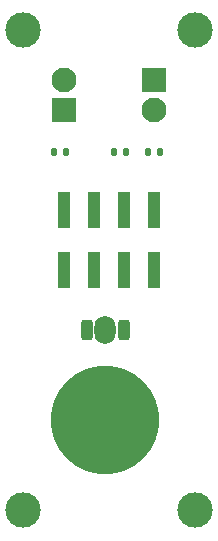
<source format=gbr>
%TF.GenerationSoftware,KiCad,Pcbnew,7.0.5*%
%TF.CreationDate,2024-06-27T22:40:16-04:00*%
%TF.ProjectId,ScrewSwitch,53637265-7753-4776-9974-63682e6b6963,rev?*%
%TF.SameCoordinates,Original*%
%TF.FileFunction,Soldermask,Top*%
%TF.FilePolarity,Negative*%
%FSLAX46Y46*%
G04 Gerber Fmt 4.6, Leading zero omitted, Abs format (unit mm)*
G04 Created by KiCad (PCBNEW 7.0.5) date 2024-06-27 22:40:16*
%MOMM*%
%LPD*%
G01*
G04 APERTURE LIST*
G04 Aperture macros list*
%AMRoundRect*
0 Rectangle with rounded corners*
0 $1 Rounding radius*
0 $2 $3 $4 $5 $6 $7 $8 $9 X,Y pos of 4 corners*
0 Add a 4 corners polygon primitive as box body*
4,1,4,$2,$3,$4,$5,$6,$7,$8,$9,$2,$3,0*
0 Add four circle primitives for the rounded corners*
1,1,$1+$1,$2,$3*
1,1,$1+$1,$4,$5*
1,1,$1+$1,$6,$7*
1,1,$1+$1,$8,$9*
0 Add four rect primitives between the rounded corners*
20,1,$1+$1,$2,$3,$4,$5,0*
20,1,$1+$1,$4,$5,$6,$7,0*
20,1,$1+$1,$6,$7,$8,$9,0*
20,1,$1+$1,$8,$9,$2,$3,0*%
G04 Aperture macros list end*
%ADD10RoundRect,0.135000X-0.135000X-0.185000X0.135000X-0.185000X0.135000X0.185000X-0.135000X0.185000X0*%
%ADD11R,1.000000X3.150000*%
%ADD12O,1.800000X2.400000*%
%ADD13RoundRect,0.190000X0.285000X0.685000X-0.285000X0.685000X-0.285000X-0.685000X0.285000X-0.685000X0*%
%ADD14R,2.100000X2.100000*%
%ADD15C,2.100000*%
%ADD16C,3.000000*%
%ADD17C,5.700000*%
%ADD18C,9.200000*%
G04 APERTURE END LIST*
D10*
%TO.C,R3*%
X143297503Y-94171041D03*
X144317503Y-94171041D03*
%TD*%
%TO.C,R2*%
X140437503Y-94171041D03*
X141457503Y-94171041D03*
%TD*%
%TO.C,R1*%
X135357503Y-94171041D03*
X136377503Y-94171041D03*
%TD*%
D11*
%TO.C,J4*%
X136187503Y-104110000D03*
X136187503Y-99060000D03*
X138727503Y-104110000D03*
X138727503Y-99060000D03*
X141267503Y-104110000D03*
X141267503Y-99060000D03*
X143807503Y-104110000D03*
X143807503Y-99060000D03*
%TD*%
D12*
%TO.C,LED1*%
X139700000Y-109220000D03*
D13*
X141250000Y-109220000D03*
X138150000Y-109220000D03*
%TD*%
D14*
%TO.C,J1*%
X143807503Y-88055716D03*
D15*
X143807503Y-90595716D03*
%TD*%
D14*
%TO.C,J2*%
X136187503Y-90595716D03*
D15*
X136187503Y-88055716D03*
%TD*%
D16*
%TO.C,H1*%
X132711923Y-83832305D03*
%TD*%
%TO.C,H4*%
X147320000Y-124460000D03*
%TD*%
%TO.C,H2*%
X147320000Y-83820000D03*
%TD*%
%TO.C,H3*%
X132711923Y-124472305D03*
%TD*%
D17*
%TO.C,SW1*%
X139700000Y-116840000D03*
D18*
X139700000Y-116840000D03*
%TD*%
M02*

</source>
